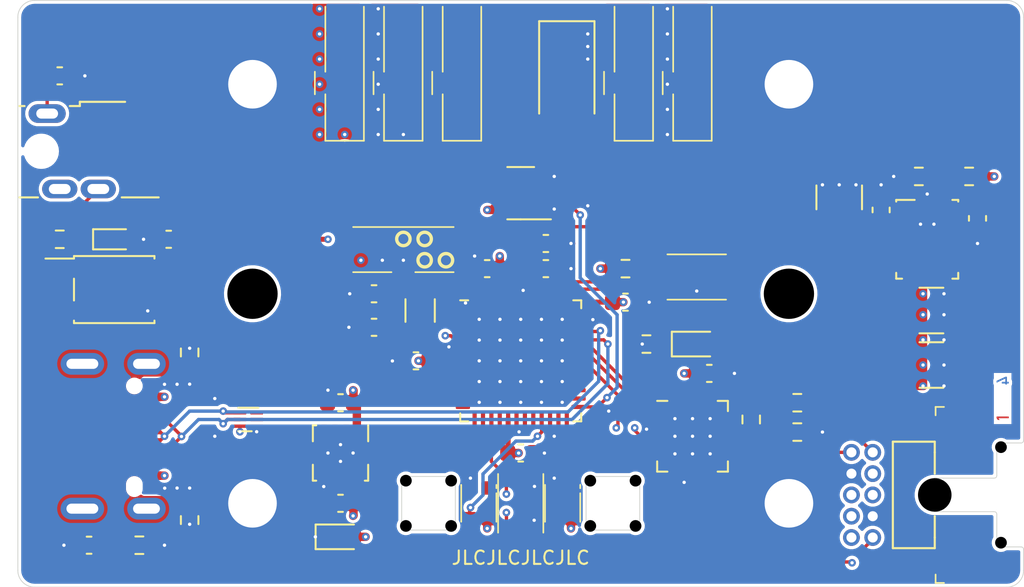
<source format=kicad_pcb>
(kicad_pcb (version 20240108) (generator "pcbnew") (generator_version "8.0")
  (title_block (date "2023-08-08") (rev "6"))
  (layers (0 "F.Cu" signal "Front") (1 "In1.Cu" power) (2 "In2.Cu" power) (31 "B.Cu" signal "Back") (35 "F.Paste" user) (37 "F.SilkS" user "F.Silkscreen") (38 "B.Mask" user) (39 "F.Mask" user) (44 "Edge.Cuts" user))
  (property "Order-Number" "JLCJLCJLCJLC")
  (net 0 "")
  (net 1 "GND")
  (net 2 "Net-(D101-K)")
  (net 3 "+3V3")
  (net 4 "/SWDIO")
  (net 5 "Net-(D102-OUT)")
  (net 9 "/+24V-Input")
  (net 10 "/Power +5V/Feedback")
  (net 11 "Net-(D401-K)")
  (net 12 "/MIDI In/Tip")
  (net 13 "/USB-CC1")
  (net 14 "/Link Socket/TX-Z")
  (net 15 "Net-(J401-S)")
  (net 17 "/LED-onboard")
  (net 19 "/MIDI In/Ring")
  (net 20 "/USB-CC2")
  (net 23 "unconnected-(J102-VBUS-PadV)")
  (net 26 "/MIDI-In")
  (net 30 "/VDDCORE")
  (net 31 "/SWCLK")
  (net 34 "+5V")
  (net 35 "/XIN32")
  (net 36 "/USB+")
  (net 37 "/RESET")
  (net 38 "/XOUT32")
  (net 39 "/USB-")
  (net 43 "/Button-LED")
  (net 45 "/Button")
  (net 48 "/LED-Data")
  (net 52 "/Link Socket/TX-Y")
  (net 53 "/Link Socket/RX-A")
  (net 56 "/Link Socket/RX-B")
  (net 57 "/LED Strip/WS2812-data")
  (net 60 "/Socket-TX")
  (net 61 "/Socket-RX")
  (net 66 "/Power +5V/Vcc")
  (net 72 "Earth")
  (net 77 "/Socket-TX-Enable")
  (footprint "V2_Button_Switch_SMD:SKSG" (layer "F.Cu") (at 147 110 -90)
    (property "Reference" "SW102" (hide yes))
    (property "Value" "SW_Push" (hide yes))
  )
  (footprint "Resistor_SMD:R_0603_1608Metric" (layer "F.Cu") (at 163.5 104 180)
    (property "Reference" "R202" (hide yes))
    (property "Value" "10k" (hide yes))
  )
  (footprint "Capacitor_SMD:C_0603_1608Metric" (layer "F.Cu") (at 121.25 112.5 180)
    (property "Reference" "C111" (hide yes))
    (property "Value" "0u1" (hide yes))
  )
  (footprint "V2_PCB_Devices:PCB_Plug_Horizontal" (layer "F.Cu") (at 168 109.5 -90)
    (property "Reference" "PLUG101" (hide yes))
    (property "Value" "PCB_Plug_Horizontal" (hide yes))
    (fp_line (start -1 -3.7) (end 1 -3.7) (stroke (width 0.05)) (layer "Edge.Cuts"))
    (fp_line (start 1 -3.7) (end 1 -7.25) (stroke (width 0.05)) (layer "Edge.Cuts"))
    (fp_line (start -1 -7.25) (end -1 -3.7) (stroke (width 0.05)) (layer "Edge.Cuts"))
    (fp_line (start -3.1 -7.4) (end -1.15 -7.4) (stroke (width 0.05)) (layer "Edge.Cuts"))
    (fp_line (start 1.15 -7.4) (end 3.1 -7.4) (stroke (width 0.05)) (layer "Edge.Cuts"))
    (fp_line (start 3.1 -7.4) (end 3.1 -8.85) (stroke (width 0.05)) (layer "Edge.Cuts"))
    (fp_line (start -3.1 -8.85) (end -3.1 -7.4) (stroke (width 0.05)) (layer "Edge.Cuts"))
    (fp_arc (start 1 -7.25) (mid 1.043934 -7.356066) (end 1.15 -7.4) (stroke (width 0.05)) (layer "Edge.Cuts"))
    (fp_arc (start -1.15 -7.4) (mid -1.043934 -7.356066) (end -1 -7.25) (stroke (width 0.05)) (layer "Edge.Cuts"))
    (fp_arc (start 3.1 -8.85) (mid 3.143934 -8.956066) (end 3.25 -9) (stroke (width 0.05)) (layer "Edge.Cuts"))
    (fp_arc (start -3.25 -9) (mid -3.143934 -8.956066) (end -3.1 -8.85) (stroke (width 0.05)) (layer "Edge.Cuts"))
  )
  (footprint "V2_Connector_USB:JAE_DX07S016JA3" (layer "F.Cu") (at 122 106 -90)
    (property "Reference" "J102" (hide yes))
    (property "Value" "JAE_DX07S016JA3" (hide yes))
  )
  (footprint "V2_Artwork:Minus_Small" (layer "F.Cu") (at 140 89.25)
    (property "Reference" "ICON103" (hide yes))
    (property "Value" "Minus" (hide yes))
  )
  (footprint "Capacitor_SMD:C_0603_1608Metric" (layer "F.Cu") (at 119.5 84.5)
    (property "Reference" "C401" (hide yes))
    (property "Value" "0u1" (hide yes))
  )
  (footprint "Capacitor_SMD:C_1210_3225Metric" (layer "F.Cu") (at 171.5 101.75)
    (property "Reference" "C503" (hide yes))
    (property "Value" "22u")
  )
  (footprint "V2_Spacer_Wurth:9774030243" (layer "F.Cu") (at 131 85)
    (property "Reference" "SPACER102" (hide yes))
    (property "Value" "9774030243" (hide yes))
  )
  (footprint "V2_Fiducial:Fiducial_0.5mm_Mask1mm_Paste" (layer "F.Cu") (at 176 114)
    (property "Reference" "FID103" (hide yes))
    (property "Value" "Fiducial" (hide yes))
  )
  (footprint "V2_Connector_WAGO:2065-100" (layer "F.Cu") (at 143.5 84.5 -90)
    (property "Reference" "J303" (hide yes))
    (property "Value" "WAGO-2065" (hide yes))
  )
  (footprint "V2_Artwork:Socket_Small" (layer "F.Cu") (at 172.75 113.75)
    (property "Reference" "ICON107" (hide yes))
    (property "Value" "Socket" (hide yes))
  )
  (footprint "Capacitor_SMD:C_0603_1608Metric" (layer "F.Cu") (at 138.25 99.5 180)
    (property "Reference" "C102" (hide yes))
    (property "Value" "18p" (hide yes))
  )
  (footprint "V2_Connector_Audio:CUI_SJ2-25504B-SMT-TR" (layer "F.Cu") (at 122.25 89)
    (property "Reference" "J401" (hide yes))
    (property "Value" "SJ2-25504B-SMT-TR" (hide yes))
  )
  (footprint "Diode_SMD:D_SOD-523" (layer "F.Cu") (at 122.75 94.25)
    (property "Reference" "D401" (hide yes))
    (property "Value" "RB501SM" (hide yes))
  )
  (footprint "V2_LED:WS2812-2020" (layer "F.Cu") (at 144.5 110 90)
    (property "Reference" "D102" (hide yes))
    (property "Value" "WS2812" (hide yes))
  )
  (footprint "V2_Connector_Header_1.27mm:PinHeader_2x05_P1.27mm_Horizontal" (layer "F.Cu") (at 168 109.5 -90)
    (property "Reference" "J201" (hide yes))
    (property "Value" "2x05_Horizontal" (hide yes))
  )
  (footprint "V2_Package_DFN_QFN:QFN-48-1EP_7x7mm_P0.5mm_EP5.45x5.45mm_ThermalVias" (layer "F.Cu") (at 147 101.5)
    (property "Reference" "U101" (hide yes))
    (property "Value" "ATSAMD51G" (hide yes))
  )
  (footprint "Resistor_SMD:R_0603_1608Metric" (layer "F.Cu") (at 170.75 90.5 180)
    (property "Reference" "R502" (hide yes))
    (property "Value" "10k")
  )
  (footprint "Capacitor_SMD:C_0603_1608Metric" (layer "F.Cu") (at 140.75 101.5 180)
    (property "Reference" "C108" (hide yes))
    (property "Value" "0u1" (hide yes))
  )
  (footprint "V2_Fiducial:Fiducial_0.5mm_Mask1mm_Paste" (layer "F.Cu") (at 118 114)
    (property "Reference" "FID101" (hide yes))
    (property "Value" "Fiducial" (hide yes))
  )
  (footprint "Capacitor_SMD:C_1210_3225Metric" (layer "F.Cu") (at 166 91.75 90)
    (property "Reference" "C501" (hide yes))
    (property "Value" "10u")
  )
  (footprint "Resistor_SMD:R_0603_1608Metric" (layer "F.Cu") (at 127.25 101 90)
    (property "Reference" "R103" (hide yes))
    (property "Value" "5k1" (hide yes))
  )
  (footprint "V2_Cortex_Debug:Cortex_Debug_Pad" (layer "F.Cu") (at 140 95.5 180)
    (property "Reference" "J101" (hide yes))
    (property "Value" "Cortex_Debug" (hide yes))
  )
  (footprint "V2_Package_SON:VSON-8-1_3x3mm_P0.65_EP1.65x2.4mm" (layer "F.Cu") (at 136.25 107 -90)
    (property "Reference" "U103" (hide yes))
    (property "Value" "TPS78433QWDRBRQ1 " (hide yes))
  )
  (footprint "Resistor_SMD:R_0603_1608Metric" (layer "F.Cu") (at 173.75 90.5 180)
    (property "Reference" "R501" (hide yes))
    (property "Value" "40k2")
  )
  (footprint "Diode_SMD:D_SMA" (layer "F.Cu") (at 149.75 84.75 -90)
    (property "Reference" "TVS102" (hide yes))
    (property "Value" "SMAJ36CA")
  )
  (footprint "V2_Mechanical:MountingHole_3mm" (layer "F.Cu") (at 163 97.5)
    (property "Reference" "H102" (hide yes))
    (property "Value" "MountingHole_3mm" (hide yes))
  )
  (footprint "V2_Connector_WAGO:2065-100" (layer "F.Cu") (at 153.75 84.5 -90)
    (property "Reference" "J103" (hide yes))
    (property "Value" "WAGO-2065" (hide yes))
  )
  (footprint "Resistor_SMD:R_0603_1608Metric" (layer "F.Cu") (at 119.5 94.25 180)
    (property "Reference" "R401" (hide yes))
    (property "Value" "220R" (hide yes))
  )
  (footprint "Capacitor_SMD:C_0603_1608Metric" (layer "F.Cu") (at 153.25 98)
    (property "Reference" "C105" (hide yes))
    (property "Value" "0u1" (hide yes))
  )
  (footprint "V2_Production:Order_Number" (layer "F.Cu") (at 147 113.25)
    (property "Reference" "INFO101" (hide yes))
    (property "Value" "ORDER-NUMBER" (hide yes))
  )
  (footprint "Capacitor_SMD:C_0603_1608Metric" (layer "F.Cu") (at 126 94.25 180)
    (property "Reference" "C402" (hide yes))
    (property "Value" "0u1" (hide yes))
  )
  (footprint "V2_Artwork:Logo_Small" (layer "F.Cu") (at 173.5 83.25)
    (property "Reference" "ICON102" (hide yes))
    (property "Value" "V2-logo" (hide yes))
  )
  (footprint "Capacitor_SMD:C_0603_1608Metric" (layer "F.Cu") (at 147 107)
    (property "Reference" "C107" (hide yes))
    (property "Value" "0u1" (hide yes))
  )
  (footprint "V2_Button_Switch_SMD:SKSG" (layer "F.Cu") (at 157.5 96.5 180)
    (property "Reference" "SW101" (hide yes))
    (property "Value" "SW_Push" (hide yes))
  )
  (footprint "Capacitor_SMD:C_0603_1608Metric" (layer "F.Cu") (at 138.25 97.5 180)
    (property "Reference" "C101" (hide yes))
    (property "Value" "18p" (hide yes))
  )
  (footprint "Capacitor_SMD:C_0603_1608Metric" (layer "F.Cu") (at 136.25 104 180)
    (property "Reference" "C109" (hide yes))
    (property "Value" "10u" (hide yes))
  )
  (footprint "Resistor_SMD:R_0603_1608Metric" (layer "F.Cu") (at 153.25 96)
    (property "Reference" "R101" (hide yes))
    (property "Value" "100k" (hide yes))
  )
  (footprint "Resistor_SMD:R_0603_1608Metric" (layer "F.Cu") (at 160.75 105 -90)
    (property "Reference" "R201" (hide yes))
    (property "Value" "120R" (hide yes))
  )
  (footprint "Capacitor_SMD:C_0603_1608Metric" (layer "F.Cu") (at 158.25 102.25)
    (property "Reference" "C201" (hide yes))
    (property "Value" "0u1" (hide yes))
  )
  (footprint "V2_Artwork:Plus_Small" (layer "F.Cu") (at 151 89.25)
    (property "Reference" "ICON106" (hide yes))
    (property "Value" "Plus" (hide yes))
  )
  (footprint "Package_TO_SOT_SMD:SOT-23-5" (layer "F.Cu") (at 147 91.5 180)
    (property "Reference" "U301" (hide yes))
    (property "Value" "74AHC1G125" (hide yes))
  )
  (footprint "Resistor_SMD:R_0603_1608Metric" (layer "F.Cu") (at 163.5 105.75)
    (property "Reference" "R203" (hide yes))
    (property "Value" "10k" (hide yes))
  )
  (footprint "V2_Spacer_Wurth:9774030243" (layer "F.Cu") (at 131 110)
    (property "Reference" "SPACER103" (hide yes))
    (property "Value" "9774030243" (hide yes))
  )
  (footprint "Capacitor_SMD:C_0603_1608Metric" (layer "F.Cu") (at 174.25 93 -90)
    (property "Reference" "C504" (hide yes))
    (property "Value" "1u")
  )
  (footprint "Capacitor_SMD:C_0603_1608Metric" (layer "F.Cu") (at 148.5 94.5)
    (property "Reference" "C103" (hide yes))
    (property "Value" "10u" (hide yes))
  )
  (footprint "Capacitor_SMD:C_0603_1608Metric" (layer "F.Cu") (at 168.5 92.5 90)
    (property "Reference" "C502" (hide yes))
    (property "Value" "0u1")
  )
  (footprint "V2_Connector_WAGO:2065-100" (layer "F.Cu") (at 136.5 84.5 -90)
    (property "Reference" "J301" (hide yes))
    (property "Value" "WAGO-2065" (hide yes))
  )
  (footprint "V2_Artwork:Minus_Small" (layer "F.Cu") (at 157.25 89.25)
    (property "Reference" "ICON105" (hide yes))
    (property "Value" "Minus" (hide yes))
  )
  (footprint "V2_Spacer_Wurth:9774030243" (layer "F.Cu") (at 163 110)
    (property "Reference" "SPACER104" (hide yes))
    (property "Value" "9774030243" (hide yes))
  )
  (footprint "V2_Artwork:Dot_Small" (layer "F.Cu") (at 143.5 89.25)
    (property "Reference" "ICON108" (hide yes))
    (property "Value" "Dot" (hide yes))
  )
  (footprint "V2_Mechanical:MountingHole_3mm" (layer "F.Cu") (at 131 97.5)
    (property "Reference" "H101" (hide yes))
    (property "Value" "MountingHole_3mm" (hide yes))
  )
  (footprint "Resistor_SMD:R_0603_1608Metric" (layer "F.Cu") (at 124.25 112.5)
    (property "Reference" "R105" (hide yes))
    (property "Value" "1M" (hide yes))
  )
  (footprint "V2_Artwork:Plus_Small" (layer "F.Cu") (at 136.5 89.25)
    (property "Reference" "ICON104" (hide yes))
    (property "Value" "Plus" (hide yes))
  )
  (footprint "V2_Spacer_Wurth:9774030243" (layer "F.Cu") (at 163 85 90)
    (property "Reference" "SPACER101" (hide yes))
    (property "Value" "9774030243" (hide yes))
  )
  (footprint "V2_Production:Layer_Numbers" (layer "F.Cu") (at 175.75 103.75 90)
    (property "Reference" "INFO102" (hide yes))
    (property "Value" "Layer_Numbers" (hide yes))
  )
  (footprint "V2_LED:WS2812-2020" (layer "F.Cu") (at 149.5 110 90)
    (property "Reference" "D103" (hide yes))
    (property "Value" "WS2812" (hide yes))
  )
  (footprint "Resistor_SMD:R_0603_1608Metric" (layer "F.Cu") (at 154.5 100.5 180)
    (property "Reference" "R102" (hide yes))
    (property "Value" "330R" (hide yes))
  )
  (footprint "V2_Converter_DCDC:TPSM33625" (layer "F.Cu") (at 171.25 94.25)
    (property "Reference" "U501" (hide yes))
    (property "Value" "TPSM33625")
  )
  (footprint "V2_Artwork:Board_control_Small" (layer "F.Cu") (at 171.5 86.75)
    (property "Reference" "ICON101" (hide yes))
    (property "Value" "Board_control" (hide yes))
  )
  (footprint "Diode_SMD:D_0603_1608Metric" (layer "F.Cu") (at 136.25 112)
    (property "Reference" "TVS101" (hide yes))
    (property "Value" "CG0603MLC-05LE" (hide yes))
  )
  (footprint "Capacitor_SMD:C_0603_1608Metric" (layer "F.Cu") (at 145 96 180)
    (property "Reference" "C106" (hide yes))
    (property "Value" "0u1" (hide yes))
  )
  (footprint "V2_Crystal:Crystal_SMD_3215-2Pin_3.2x1.5mm" (layer "F.Cu") (at 141 98.5 90)
    (property "Reference" "Y101" (hide yes))
    (property "Value" "32k768" (hide yes))
  )
  (footprint "Resistor_SMD:R_0603_1608Metric" (layer "F.Cu") (at 127.25 111 -90)
    (property "Reference" "R104" (hide yes))
    (property "Value" "5k1" (hide yes))
  )
  (footprint "Capacitor_SMD:C_1210_3225Metric" (layer "F.Cu") (at 171.5 98.5)
    (property "Reference" "C505" (hide yes))
    (property "Value" "22u")
  )
  (footprint "Capacitor_SMD:C_0603_1608Metric" (layer "F.Cu") (at 148.5 96)
    (property "Reference" "C104" (hide yes))
    (property "Value" "0u1" (hide yes))
  )
  (footprint "LED_SMD:LED_0603_1608Metric" (layer "F.Cu") (at 157.5 100.5)
    (property "Reference" "D101" (hide yes))
    (property "Value" "Orange" (hide yes))
  )
  (footprint "V2_Package_DFN_QFN:WQFN-16-1EP_4x4mm_P0.65mm_EP2.7x2.7mm_ThermalVias" (layer "F.Cu") (at 157.25 106)
    (property "Reference" "U202" (hide yes))
    (property "Value" "SN65MLVD203B" (hide yes))
  )
  (footprint "V2_PCB_Devices:PCB_Button-bottom" (layer "F.Cu") (at 147 110 90)
    (property "Reference" "SWB101" (hide yes))
    (property "Value" "Button-bottom" (hide yes))
    (fp_line (start 1.6 -7.1) (end -1.6 -7.1) (stroke (width 0.05)) (layer "Edge.Cuts"))
    (fp_line (start -1.6 -7.1) (end -1.6 -3.9) (stroke (width 0.05)) (layer "Edge.Cuts"))
    (fp_line (start 1.6 -3.9) (end 1.6 -7.1) (stroke (width 0.05)) (layer "Edge.Cuts"))
    (fp_line (start -1.6 -3.9) (end 1.6 -3.9) (stroke (width 0.05)) (layer "Edge.Cuts"))
    (fp_line (start 1.6 3.9) (end -1.6 3.9) (stroke (width 0.05)) (layer "Edge.Cuts"))
    (fp_line (start -1.6 3.9) (end -1.6 7.1) (stroke (width 0.05)) (layer "Edge.Cuts"))
    (fp_line (start 1.6 7.1) (end 1.6 3.9) (stroke (width 0.05)) (layer "Edge.Cuts"))
    (fp_line (start -1.6 7.1) (end 1.6 7.1) (stroke (width 0.05)) (layer "Edge.Cuts"))
  )
  (footprint "Capacitor_SMD:C_0603_1608Metric" (layer "F.Cu") (at 136.25 110 180)
    (property "Reference" "C110" (hide yes))
    (property "Value" "10u" (hide yes))
  )
  (footprint "V2_ESD_Suppressor:SLP1210N6" (layer "F.Cu") (at 130.75 105 180)
    (property "Reference" "ESD101" (hide yes))
    (property "Value" "RCLAMP0582N" (hide yes))
  )
  (footprint "Package_SO:SO-5_4.4x3.6mm_P1.27mm" (layer "F.Cu") (at 122.75 97.25)
    (property "Reference" "U401" (hide yes))
    (property "Value" "TLP2361")
  )
  (footprint "V2_Fiducial:Fiducial_0.5mm_Mask1mm_Paste" (layer "F.Cu") (at 118 81)
    (property "Reference" "FID102" (hide yes))
    (property "Value" "Fiducial" (hide yes))
  )
  (footprint "V2_Connector_WAGO:2065-100" (layer "F.Cu") (at 157.25 84.5 -90)
    (property "Reference" "J104" (hide yes))
    (property "Value" "WAGO-2065" (hide yes))
  )
  (footprint "V2_Connector_WAGO:2065-100" (layer "F.Cu") (at 140 84.5 -90)
    (property "Reference" "J302" (hide yes))
    (property "Value" "WAGO-2065" (hide yes))
  )
  (gr_line (start 117 81) (end 117 114) (stroke (width 0.05)) (layer "Edge.Cuts"))
  (gr_line (start 177 114) (end 177 112.75) (stroke (width 0.05)) (layer "Edge.Cuts"))
  (gr_line (start 118 80) (end 176 80) (stroke (width 0.05)) (layer "Edge.Cuts"))
  (gr_line (start 177 81) (end 177 106.25) (stroke (width 0.05)) (layer "Edge.Cuts"))
  (gr_arc (start 118 115) (mid 117.292893 114.707107) (end 117 114) (stroke (width 0.05)) (layer "Edge.Cuts"))
  (gr_arc (start 177 114) (mid 176.707107 114.707107) (end 176 115) (stroke (width 0.05)) (layer "Edge.Cuts"))
  (gr_arc (start 117 81) (mid 117.292893 80.292893) (end 118 80) (stroke (width 0.05)) (layer "Edge.Cuts"))
  (gr_arc (start 176 80) (mid 176.707107 80.292893) (end 177 81) (stroke (width 0.05)) (layer "Edge.Cuts"))
  (gr_line (start 118 115) (end 176 115) (stroke (width 0.05)) (layer "Edge.Cuts"))
  (segment (start 146.75 105.585478) (end 146.902102 105.73758) (width 0.25) (layer "F.Cu") (net 1))
  (segment (start 154.604083 105.675) (end 155.275 105.675) (width 0.2) (layer "F.Cu") (net 1))
  (segment (start 164.33 105.765) (end 164.985 105.765) (width 0.3) (layer "F.Cu") (net 1))
  (segment (start 144 108.935) (end 143.85 109.085) (width 0.5) (layer "F.Cu") (net 1))
  (segment (start 147.146117 97.297172) (end 147.25 97.401055) (width 0.25) (layer "F.Cu") (net 1))
  (segment (start 159.025 102.25) (end 159.75 102.25) (width 0.5) (layer "F.Cu") (net 1))
  (segment (start 149 108.5) (end 149 109.035) (width 0.5) (layer "F.Cu") (net 1))
  (segment (start 135.275 108.4) (end 135.275 108.975) (width 0.5) (layer "F.Cu") (net 1))
  (segment (start 135.5 103.25) (end 135.475 103.275) (width 0.5) (layer "F.Cu") (net 1))
  (segment (start 121 84.5) (end 120.275 84.5) (width 0.5) (layer "F.Cu") (net 1))
  (segment (start 124.5 94.25) (end 125.225 94.25) (width 0.5) (layer "F.Cu") (net 1))
  (segment (start 142.7169 100.667354) (end 142.799546 100.75) (width 0.25) (layer "F.Cu") (net 1))
  (segment (start 148.1375 92.45) (end 148.996572 92.45) (width 0.5) (layer "F.Cu") (net 1))
  (segment (start 174.25 94.5) (end 174.25 93.775) (width 0.5) (layer "F.Cu") (net 1))
  (segment (start 147.25 97.401055) (end 147.25 98.05) (width 0.25) (layer "F.Cu") (net 1))
  (segment (start 135.475 103.275) (end 135.475 104) (width 0.5) (layer "F.Cu") (net 1))
  (segment (start 136.75 99.5) (end 137.475 99.5) (width 0.5) (layer "F.Cu") (net 1))
  (segment (start 148.95 90.55) (end 149 90.5) (width 0.5) (layer "F.Cu") (net 1))
  (segment (start 144.25 95.25) (end 144.225 95.275) (width 0.5) (layer "F.Cu") (net 1))
  (segment (start 159.0625 97.3375) (end 155.9375 97.3375) (width 0.2) (layer "F.Cu") (net 1))
  (segment (start 127.240357 109.1) (end 125.05 109.1) (width 0.5) (layer "F.Cu") (net 1))
  (segment (start 151.097823 99.25) (end 150.45 99.25) (width 0.25) (layer "F.Cu") (net 1))
  (segment (start 135.275 108.975) (end 135.25 109) (width 0.5) (layer "F.Cu") (net 1))
  (segment (start 148.414209 107.005028) (end 147.780028 107.005028) (width 0.5) (layer "F.Cu") (net 1))
  (segment (start 142.799546 100.75) (end 143.55 100.75) (width 0.25) (layer "F.Cu") (net 1))
  (segment (start 168.5 91) (end 168.5 91.725) (width 0.5) (layer "F.Cu") (net 1))
  (segment (start 135.25 109) (end 135.25 109.775) (width 0.5) (layer "F.Cu") (net 1))
  (segment (start 124.75 98.52) (end 125.9 98.52) (width 0.5) (layer "F.Cu") (net 1))
  (segment (start 149.275 94.5) (end 149.275 96) (width 0.5) (layer "F.Cu") (net 1))
  (segment (start 125.75 112.5) (end 125.075 112.5) (width 0.5) (layer "F.Cu") (net 1))
  (segment (start 146.75 104.95) (end 146.75 105.585478) (width 0.25) (layer "F.Cu") (net 1))
  (segment (start 154.661024 98) (end 154.025 98) (width 0.5) (layer "F.Cu") (net 1))
  (segment (start 147.802323 111.011691) (end 147.824848 111.034216) (width 0.2) (layer "F.Cu") (net 1))
  (segment (start 127.25 100.75) (end 127.25 100.175) (width 0.5) (layer "F.Cu") (net 1))
  (segment (start 127.25 109.090357) (end 127.240357 109.1) (width 0.5) (layer "F.Cu") (net 1))
  (segment (start 119.75 112.5) (end 120.475 112.5) (width 0.5) (layer "F.Cu") (net 1))
  (segment (start 148.996572 92.45) (end 149 92.446572) (width 0.5) (layer "F.Cu") (net 1))
  (segment (start 143.707203 98.05) (end 144.25 98.05) (width 0.3) (layer "F.Cu") (net 1))
  (segment (start 144.225 95.275) (end 144.225 96) (width 0.5) (layer "F.Cu") (net 1))
  (segment (start 151.304172 99.043651) (end 151.097823 99.25) (width 0.25) (layer "F.Cu") (net 1))
  (segment (start 154.665062 98.004038) (end 154.661024 98) (width 0.5) (layer "F.Cu") (net 1))
  (segment (start 146.902102 105.6625) (end 146.902102 105.73758) (width 0.3) (layer "F.Cu") (net 1))
  (segment (start 150 96) (end 149.275 96) (width 0.5) (layer "F.Cu") (net 1))
  (segment (start 169.25 90.5) (end 169.925 90.5) (width 0.5) (layer "F.Cu") (net 1))
  (segment (start 156.925 107.975) (end 156.925 108.575) (width 0.5) (layer "F.Cu") (net 1))
  (segment (start 154.506462 105.577379) (end 154.604083 105.675) (width 0.2) (layer "F.Cu") (net 1))
  (segment (start 147.780028 107.005028) (end 147.775 107) (width 0.5) (layer "F.Cu") (net 1))
  (segment (start 149.998146 94.5) (end 149.275 94.5) (width 0.5) (layer "F.Cu") (net 1))
  (segment (start 127.25 111.25) (end 127.25 111.825) (width 0.5) (layer "F.Cu") (net 1))
  (segment (start 147.824848 108.988168) (end 147.824848 108.4375) (width 0.2) (layer "F.Cu") (net 1))
  (segment (start 156.275 107.975) (end 156.925 107.975) (width 0.5) (layer "F.Cu") (net 1))
  (segment (start 156.925 108.575) (end 156.75 108.75) (width 0.5) (layer "F.Cu") (net 1))
  (segment (start 135.4625 112) (end 134.75 112) (width 0.5) (layer "F.Cu") (net 1))
  (segment (start 171.25 91.55) (end 171.25 92.55) (width 0.3) (layer "F.Cu") (net 1))
  (segment (start 147.820681 108.992335) (end 147.824848 108.988168) (width 0.2) (layer "F.Cu") (net 1))
  (segment (start 131.25 105.727716) (end 131.247161 105.730555) (width 0.2) (layer "F.Cu") (net 1))
  (segment (start 135.25 109.775) (end 135.475 110) (width 0.5) (layer "F.Cu") (net 1))
  (segment (start 164.985 105.765) (end 165 105.75) (width 0.3) (layer "F.Cu") (net 1))
  (segment (start 153.675 100.5) (end 154.25 100.5) (width 0.5) (layer "F.Cu") (net 1))
  (segment (start 125.057236 102.892764) (end 125.05 102.9) (width 0.5) (layer "F.Cu") (net 1))
  (segment (start 139.345156 101.508324) (end 139.991676 101.508324) (width 0.5) (layer "F.Cu") (net 1))
  (segment (start 148.1375 90.55) (end 148.95 90.55) (width 0.5) (layer "F.Cu") (net 1))
  (segment (start 136.7995 97.5) (end 137.475 97.5) (width 0.5) (layer "F.Cu") (net 1))
  (segment (start 150 94.498146) (end 149.998146 94.5) (width 0.5) (layer "F.Cu") (net 1))
  (segment (start 131.25 105.4) (end 131.25 105.727716) (width 0.2) (layer "F.Cu") (net 1))
  (segment (start 144 108.5) (end 144 108.935) (width 0.5) (layer "F.Cu") (net 1))
  (segment (start 127.25 102.892764) (end 125.057236 102.892764) (width 0.5) (layer "F.Cu") (net 1))
  (segment (start 147.824848 111.034216) (end 147.824848 111.5625) (width 0.2) (layer "F.Cu") (net 1))
  (via (at 124.75 98.52) (size 0.45) (drill 0.2) (layers "F.Cu" "B.Cu") (net 1))
  (via (at 155.75 88) (size 0.45) (drill 0.2) (layers "F.Cu" "B.Cu") (net 1))
  (via (at 134.75 112) (size 0.45) (drill 0.2) (layers "F.Cu" "B.Cu") (net 1))
  (via (at 171.25 91.55) (size 0.45) (drill 0.2) (layers "F.Cu" "B.Cu") (net 1))
  (via (at 159.75 102.25) (size 0.45) (drill 0.2) (layers "F.Cu" "B.Cu") (net 1))
  (via (at 125.75 112.5) (size 0.45) (drill 0.2) (layers "F.Cu" "B.Cu") (net 1))
  (via (at 151 92.25) (size 0.45) (drill 0.2) (layers "F.Cu" "B.Cu") (net 1))
  (via (at 165 91) (size 0.45) (drill 0.2) (layers "F.Cu" "B.Cu") (net 1))
  (via (at 172.25 98.75) (size 0.45) (drill 0.2) (layers "F.Cu" "B.Cu") (net 1))
  (via (at 155.75 83.5) (size 0.45) (drill 0.2) (layers "F.Cu" "B.Cu") (net 1))
  (via (at 168.5 91) (size 0.45) (drill 0.2) (layers "F.Cu" "B.Cu") (net 1))
  (via (at 151 83.5) (size 0.45) (drill 0.2) (layers "F.Cu" "B.Cu") (net 1))
  (via (at 151.304172 99.043651) (size 0.45) (drill 0.2) (layers "F.Cu" "B.Cu") (net 1))
  (via (at 126.5 109.090063) (size 0.45) (drill 0.2) (layers "F.Cu" "B.Cu") (net 1))
  (via (at 138.5 88) (size 0.45) (drill 0.2) (layers "F.Cu" "B.Cu") (net 1))
  (via (at 127.25 109.090357) (size 0.45) (drill 0.2) (layers "F.Cu" "B.Cu") (net 1))
  (via (at 140 88) (size 0.45) (drill 0.2) (layers "F.Cu" "B.Cu") (net 1))
  (via (at 126.5 102.898977) (size 0.45) (drill 0.2) (layers "F.Cu" "B.Cu") (net 1))
  (via (at 131.247161 105.730555) (size 0.45) (drill 0.2) (layers "F.Cu" "B.Cu") (net 1))
  (via (at 144 108.5) (size 0.45) (drill 0.2) (layers "F.Cu" "B.Cu") (net 1))
  (via (at 149 106) (size 0.45) (drill 0.2) (layers "F.Cu" "B.Cu") (net 1))
  (via (at 174.25 94.5) (size 0.45) (drill 0.2) (layers "F.Cu" "B.Cu") (net 1))
  (via (at 138.5 82) (size 0.45) (drill 0.2) (layers "F.Cu" "B.Cu") (net 1))
  (via (at 154.506462 105.577379) (size 0.45) (drill 0.2) (layers "F.Cu" "B.Cu") (net 1))
  (via (at 138.5 83.5) (size 0.45) (drill 0.2) (layers "F.Cu" "B.Cu") (net 1))
  (via (at 172.25 103) (size 0.45) (drill 0.2) (layers "F.Cu" "B.Cu") (net 1))
  (via (at 127.25 102.892764) (size 0.45) (drill 0.2) (layers "F.Cu" "B.Cu") (net 1))
  (via (at 127.25 111.25) (size 0.45) (drill 0.2) (layers "F.Cu" "B.Cu") (net 1))
  (via (at 149 92.446572) (size 0.45) (drill 0.2) (layers "F.Cu" "B.Cu") (net 1))
  (via (at 135.5 103.25) (size 0.45) (drill 0.2) (layers "F.Cu" "B.Cu") (net 1))
  (via (at 142.7169 100.667354) (size 0.45) (drill 0.2) (layers "F.Cu" "B.Cu") (net 1))
  (via (at 139.345156 101.508324) (size 0.45) (drill 0.2) (layers "F.Cu" "B.Cu") (net 1))
  (via (at 157.5 97.3375) (size 0.45) (drill 0.2) (layers "F.Cu" "B.Cu") (net 1))
  (via (at 138.744983 95.5) (size 0.45) (drill 0.2) (layers "F.Cu" "B.Cu") (net 1))
  (via (at 167 91) (size 0.45) (drill 0.2) (layers "F.Cu" "B.Cu") (net 1))
  (via (at 150 94.498146) (size 0.45) (drill 0.2) (layers "F.Cu" "B.Cu") (net 1))
  (via (at 138.5 80.5) (size 0.45) (drill 0.2) (layers "F.Cu" "B.Cu") (net 1))
  (via (at 138.5 86.5) (size 0.45) (drill 0.2) (layers "F.Cu" "B.Cu") (net 1))
  (via (at 155.75 86.5) (size 0.45) (drill 0.2) (layers "F.Cu" "B.Cu") (net 1))
  (via (at 125.761735 109.097119) (size 0.45) (drill 0.2) (layers "F.Cu" "B.Cu") (net 1))
  (via (at 156.75 108.75) (size 0.45) (drill 0.2) (layers "F.Cu" "B.Cu") (net 1))
  (via (at 154.25 100.5) (size 0.45) (drill 0.2) (layers "F.Cu" "B.Cu") (net 1))
  (via (at 143.707203 98.05) (size 0.45) (drill 0.2) (layers "F.Cu" "B.Cu") (net 1))
  (via (at 155.75 80.5) (size 0.45) (drill 0.2) (layers "F.Cu" "B.Cu") (net 1))
  (via (at 148.414209 107.005028) (size 0.45) (drill 0.2) (layers "F.Cu" "B.Cu") (net 1))
  (via (at 151 82) (size 0.45) (drill 0.2) (layers "F.Cu" "B.Cu") (net 1))
  (via (at 155.75 82) (size 0.45) (drill 0.2) (layers "F.Cu" "B.Cu") (net 1))
  (via (at 125.75 102.902181) (size 0.45) (drill 0.2) (layers "F.Cu" "B.Cu") (net 1))
  (via (at 144.25 95.25) (size 0.45) (drill 0.2) (layers "F.Cu" "B.Cu") (net 1))
  (via (at 149 108.5) (size 0.45) (drill 0.2) (layers "F.Cu" "B.Cu") (net 1))
  (via (at 128.75 103.75) (size 0.45) (drill 0.2) (layers "F.Cu" "B.Cu") (net 1))
  (via (at 121 84.5) (size 0.45) (drill 0.2) (layers "F.Cu" "B.Cu") (net 1))
  (via (at 165 105.75) (size 0.45) (drill 0.2) (layers "F.Cu" "B.Cu") (net 1))
  (via (at 150 96) (size 0.45) (drill 0.2) (layers "F.Cu" "B.Cu") (net 1))
  (via (at 135.25 109) (size 0.45) (drill 0.2) (layers "F.Cu" "B.Cu") (net 1))
  (via (at 138.5 85) (size 0.45) (drill 0.2) (layers "F.Cu" "B.Cu") (net 1))
  (via (at 151 82.75) (size 0.45) (drill 0.2) (layers "F.Cu" "B.Cu") (net 1))
  (via (at 152.25 104.5) (size 0.45) (drill 0.2) (layers "F.Cu" "B.Cu") (net 1))
  (via (at 146.902102 105.73758) (size 0.45) (drill 0.2) (layers "F.Cu" "B.Cu") (net 1))
  (via (at 127.25 100.75) (size 0.45) (drill 0.2) (layers "F.Cu" "B.Cu") (net 1))
  (via (at 169.25 90.5) (size 0.45) (drill 0.2) (layers "F.Cu" "B.Cu") (net 1))
  (via (at 154.665062 98.004038) (size 0.45) (drill 0.2) (layers "F.Cu" "B.Cu") (net 1))
  (via (at 172.25 100.25) (size 0.45) (drill 0.2) (layers "F.Cu" "B.Cu") (net 1))
  (via (at 172.25 101.75) (size 0.45) (drill 0.2) (layers "F.Cu" "B.Cu") (net 1))
  (via (at 140 95.5) (size 0.45) (drill 0.2) (layers "F.Cu" "B.Cu") (net 1))
  (via (at 147.146117 97.297172) (size 0.45) (drill 0.2) (layers "F.Cu" "B.Cu") (net 1))
  (via (at 128.75 106) (size 0.45) (drill 0.2) (layers "F.Cu" "B.Cu") (net 1))
  (via (at 166 91) (size 0.45) (drill 0.2) (layers "F.Cu" "B.Cu") (net 1))
  (via (at 147.820681 108.992335) (size 0.45) (drill 0.2) (layers "F.Cu" "B.Cu") (net 1))
  (via (at 136.7995 97.5) (size 0.45) (drill 0.2) (layers "F.Cu" "B.Cu") (net 1))
  (via (at 136.75 99.5) (size 0.45) (drill 0.2) (layers "F.Cu" "B.Cu") (net 1))
  (via (at 149 90.5) (size 0.45) (drill 0.2) (layers "F.Cu" "B.Cu") (net 1))
  (via (at 124.5 94.25) (size 0.45) (drill 0.2) (layers "F.Cu" "B.Cu") (net 1))
  (via (at 147.802323 111.011691) (size 0.45) (drill 0.2) (layers "F.Cu" "B.Cu") (net 1))
  (via (at 172.25 97.5) (size 0.45) (drill 0.2) (layers "F.Cu" "B.Cu") (net 1))
  (via (at 155.75 85) (size 0.45) (drill 0.2) (layers "F.Cu" "B.Cu") (net 1))
  (via (at 119.75 112.5) (size 0.45) (drill 0.2) (layers "F.Cu" "B.Cu") (net 1))
  (segment (start 156.7125 100.5) (end 155.325 100.5) (width 0.2) (layer "F.Cu") (net 2))
  (segment (start 143 101.25) (end 142.75 101.5) (width 0.3) (layer "F.Cu") (net 3))
  (segment (start 157.475 102.25) (end 156.75 102.25) (width 0.5) (layer "F.Cu") (net 3))
  (segment (start 164.325 104) (end 163.55 103.225) (width 0.2) (layer "F.Cu") (net 3))
  (segment (start 146.25 106.975) (end 146.225 107) (width 0.3) (layer "F.Cu") (net 3))
  (segment (start 145.75 95.25) (end 145.75 95.975) (width 0.5) (layer "F.Cu") (net 3))
  (segment (start 141.548832 101.498832) (end 141.55 101.5) (width 0.5) (layer "F.Cu") (net 3))
  (segment (start 146.25 104.95) (end 146.25 106.975) (width 0.3) (layer "F.Cu") (net 3))
  (segment (start 159.025 103.225) (end 158.225 104.025) (width 0.2) (layer "F.Cu") (net 3))
  (segment (start 140.8995 101.498832) (end 141.548832 101.498832) (width 0.5) (layer "F.Cu") (net 3))
  (segment (start 146.872088 107) (end 146.225 107) (width 0.5) (layer "F.Cu") (net 3))
  (segment (start 135.5 94.25) (end 126.775 94.25) (width 0.3) (layer "F.Cu") (net 3))
  (segment (start 146.8755 107.003412) (end 146.872088 107) (width 0.5) (layer "F.Cu") (net 3))
  (segment (start 157.575 102.35) (end 157.575 104.025) (width 0.5) (layer "F.Cu") (net 3))
  (segment (start 137.225 105.6) (end 137.225 104.2) (width 0.5) (layer "F.Cu") (net 3))
  (segment (start 157.475 102.25) (end 157.575 102.35) (width 0.5) (layer "F.Cu") (net 3))
  (segment (start 142.824345 100) (end 142.5 100) (width 0.2) (layer "F.Cu") (net 3))
  (segment (start 137.225 104.2) (end 137.025 104) (width 0.5) (layer "F.Cu") (net 3))
  (segment (start 150.75 98.75) (end 151.5 98) (width 0.3) (layer "F.Cu") (net 3))
  (segment (start 126.775 94.25) (end 126.775 95.725) (width 0.3) (layer "F.Cu") (net 3))
  (segment (start 151.75 96) (end 152.425 96) (width 0.5) (layer "F.Cu") (net 3))
  (segment (start 143.074345 100.25) (end 142.824345 100) (width 0.2) (layer "F.Cu") (net 3))
  (segment (start 126.52 95.98) (end 125.9 95.98) (width 0.3) (layer "F.Cu") (net 3))
  (segment (start 146.25 96.475) (end 145.775 96) (width 0.3) (layer "F.Cu") (net 3))
  (segment (start 137.025 103.275) (end 137.025 104) (width 0.5) (layer "F.Cu") (net 3))
  (segment (start 157.575 104.025) (end 158.225 104.025) (width 0.5) (layer "F.Cu") (net 3))
  (segment (start 153.1255 98) (end 152.475 98) (width 0.5) (layer "F.Cu") (net 3))
  (segment (start 151.5 98) (end 152.475 98) (width 0.3) (layer "F.Cu") (net 3))
  (segment (start 142.75 101.5) (end 141.55 101.5) (width 0.3) (layer "F.Cu") (net 3))
  (segment (start 143.55 101.25) (end 143 101.25) (width 0.3) (layer "F.Cu") (net 3))
  (segment (start 163.55 103.225) (end 159.025 103.225) (width 0.2) (layer "F.Cu") (net 3))
  (segment (start 143.55 100.25) (end 143.074345 100.25) (width 0.2) (layer "F.Cu") (net 3))
  (segment (start 137 103.25) (end 137.025 103.275) (width 0.5) (layer "F.Cu") (net 3))
  (segment (start 126.775 95.725) (end 126.52 95.98) (width 0.3) (layer "F.Cu") (net 3))
  (segment (start 145.75 95.975) (end 145.775 96) (width 0.5) (layer "F.Cu") (net 3))
  (segment (start 150.45 98.75) (end 150.75 98.75) (width 0.3) (layer "F.Cu") (net 3))
  (segment (start 146.25 98.05) (end 146.25 96.475) (width 0.3) (layer "F.Cu") (net 3))
  (via (at 137.467037 95.5) (size 0.45) (drill 0.2) (layers "F.Cu" "B.Cu") (net 3))
  (via (at 151.75 96) (size 0.45) (drill 0.2) (layers "F.Cu" "B.Cu") (net 3))
  (via (at 156.75 102.25) (size 0.45) (drill 0.2) (layers "F.Cu" "B.Cu") (net 3))
  (via (at 137 103.25) (size 0.45) (drill 0.2) (layers "F.Cu" "B.Cu") (net 3))
  (via (at 135.5 94.25) (size 0.45) (drill 0.2) (layers "F.Cu" "B.Cu") (net 3))
  (via (at 153.1255 98) (size 0.45) (drill 0.2) (layers "F.Cu" "B.Cu") (net 3))
  (via (at 140.8995 101.498832) (size 0.45) (drill 0.2) (layers "F.Cu" "B.Cu") (net 3))
  (via (at 142.5 100) (size 0.45) (drill 0.2) (layers "F.Cu" "B.Cu") (net 3))
  (via (at 145.75 95.25) (size 0.45) (drill 0.2) (layers "F.Cu" "B.Cu") (net 3))
  (via (at 146.8755 107.003412) (size 0.45) (drill 0.2) (layers "F.Cu" "B.Cu") (net 3))
  (segment (start 137.27 94.23) (end 136.5 95) (width 0.2) (layer "F.Cu") (net 4))
  (segment (start 142.407611 96.407611) (end 143.25 97.25) (width 0.2) (layer "F.Cu") (net 4))
  (segment (start 137.46 94.23) (end 137.27 94.23) (width 0.2) (layer "F.Cu") (net 4))
  (segment (start 143.25 97.25) (end 144.934314 97.25) (width 0.2) (layer "F.Cu") (net 4))
  (segment (start 145.25 97.565686) (end 145.25 98.05) (width 0.2) (layer "F.Cu") (net 4))
  (segment (start 144.934314 97.25) (end 145.25 97.565686) (width 0.2) (layer "F.Cu") (net 4))
  (segment (start 136.5 96.045672) (end 136.861939 96.407611) (width 0.2) (layer "F.Cu") (net 4))
  (segment (start 136.861939 96.407611) (end 142.407611 96.407611) (width 0.2) (layer "F.Cu") (net 4))
  (segment (start 136.5 95) (end 136.5 96.045672) (width 0.2) (layer "F.Cu") (net 4))
  (segment (start 148.035 110) (end 148.95 110.915) (width 0.2) (layer "F.Cu") (net 5))
  (segment (start 145.877651 110) (end 148.035 110) (width 0.2) (layer "F.Cu") (net 5))
  (segment (start 144.962651 109.085) (end 145.877651 110) (width 0.2) (layer "F.Cu") (net 5))
  (segment (start 171.75 92.19) (end 171.775 92.165) (width 0.2) (layer "F.Cu") (net 10))
  (segment (start 171.575 90.5) (end 172.925 90.5) (width 0.2) (layer "F.Cu") (net 10))
  (segment (start 171.775 90.7) (end 171.575 90.5) (width 0.2) (layer "F.Cu") (net 10))
  (segment (start 171.775 92.165) (end 171.775 90.7) (width 0.2) (layer "F.Cu") (net 10))
  (segment (start 119.6 95.175) (end 118.675 94.25) (width 0.2) (layer "F.Cu") (net 11))
  (segment (start 122.05 94.25) (end 122 94.25) (width 0.2) (layer "F.Cu") (net 11))
  (segment (start 119.6 95.98) (end 119.6 95.175) (width 0.2) (layer "F.Cu") (net 11))
  (segment (start 122 94.25) (end 120.27 95.98) (width 0.2) (layer "F.Cu") (net 11))
  (segment (start 120.27 95.98) (end 119.6 95.98) (width 0.2) (layer "F.Cu") (net 11))
  (segment (start 120.355 98.52) (end 119.6 98.52) (width 0.2) (layer "F.Cu") (net 12))
  (segment (start 123.45 94.25) (end 123.45 95.425) (width 0.2) (layer "F.Cu") (net 12))
  (segment (start 124.7 93) (end 123.45 94.25) (width 0.2) (layer "F.Cu") (net 12))
  (segment (start 125.7 93) (end 124.7 93) (width 0.2) (layer "F.Cu") (net 12))
  (segment (start 123.45 95.425) (end 120.355 98.52) (width 0.2) (layer "F.Cu") (net 12))
  (segment (start 126.5 92.2) (end 125.7 93) (width 0.2) (layer "F.Cu") (net 12))
  (segment (start 125.05 104.25) (end 126.83529 104.25) (width 0.2) (layer "F.Cu") (net 13))
  (segment (start 127.8 103.28529) (end 127.8 102.375) (width 0.2) (layer "F.Cu") (net 13))
  (segment (start 126.83529 104.25) (end 127.8 103.28529) (width 0.2) (layer "F.Cu") (net 13))
  (segment (start 127.8 102.375) (end 127.25 101.825) (width 0.2) (layer "F.Cu") (net 13))
  (segment (start 168 112.04) (end 168 112.145) (width 0.2) (layer "F.Cu") (net 14))
  (segment (start 167.145 113) (end 161.5 113) (width 0.2) (layer "F.Cu") (net 14))
  (segment (start 159.599264 106.325) (end 159.225 106.325) (width 0.2) (layer "F.Cu") (net 14))
  (segment (start 161.5 113) (end 160 111.5) (width 0.2) (layer "F.Cu") (net 14))
  (segment (start 160 106.725736) (end 159.599264 106.325) (width 0.2) (layer "F.Cu") (net 14))
  (segment (start 160 111.5) (end 160 106.725736) (width 0.2) (layer "F.Cu") (net 14))
  (segment (start 168 112.145) (end 167.145 113) (width 0.2) (layer "F.Cu") (net 14))
  (segment (start 118.75 84.525) (end 118.75 86.75) (width 0.2) (layer "F.Cu") (net 15))
  (segment (start 118.725 84.5) (end 118.75 84.525) (width 0.2) (layer "F.Cu") (net 15))
  (segment (start 154.663842 97.225) (end 157.938842 100.5) (width 0.2) (layer "F.Cu") (net 17))
  (segment (start 148.75 97.612348) (end 149.137348 97.225) (width 0.2) (layer "F.Cu") (net 17))
  (segment (start 157.938842 100.5) (end 158.2875 100.5) (width 0.2) (layer "F.Cu") (net 17))
  (segment (start 148.75 98.05) (end 148.75 97.612348) (width 0.2) (layer "F.Cu") (net 17))
  (segment (start 149.137348 97.225) (end 154.663842 97.225) (width 0.2) (layer "F.Cu") (net 17))
  (segment (start 120.325 94.25) (end 120.325 92.725) (width 0.2) (layer "F.Cu") (net 19))
  (segment (start 120.325 92.725) (end 121.8 91.25) (width 0.2) (layer "F.Cu") (net 19))
  (segment (start 127.8 108.55) (end 127.8 109.625) (width 0.2) (layer "F.Cu") (net 20))
  (segment (start 126.5 107.25) (end 127.8 108.55) (width 0.2) (layer "F.Cu") (net 20))
  (segment (start 125.05 107.25) (end 126.5 107.25) (width 0.2) (layer "F.Cu") (net 20))
  (segment (start 127.8 109.625) (end 127.25 110.175) (width 0.2) (layer "F.Cu") (net 20))
  (segment (start 125.75 103.648) (end 125.052 103.648) (width 0.5) (layer "F.Cu") (net 23))
  (segment (start 125.05 108.35) (end 125.75 108.35) (width 0.5) (layer "F.Cu") (net 23))
  (segment (start 125.052 103.648) (end 125.05 103.65) (width 0.5) (layer "F.Cu") (net 23))
  (via (at 125.75 108.35) (size 0.45) (drill 0.2) (layers "F.Cu" "B.Cu") (net 23))
  (via (at 125.75 103.648) (size 0.45) (drill 0.2) (layers "F.Cu" "B.Cu") (net 23))
  (segment (start 138 101) (end 130.375 101) (width 0.2) (layer "F.Cu") (net 26))
  (segment (start 140.25 103.25) (end 138 101) (width 0.2) (layer "F.Cu") (net 26))
  (segment (start 126.625 97.25) (end 125.9 97.25) (width 0.2) (layer "F.Cu") (net 26))
  (segment (start 130.375 101) (end 126.625 97.25) (width 0.2) (layer "F.Cu") (net 26))
  (segment (start 143.55 103.25) (end 140.25 103.25) (width 0.2) (layer "F.Cu") (net 26))
  (segment (start 147.725 94.5) (end 147.725 96) (width 0.5) (layer "F.Cu") (net 30))
  (segment (start 147.75 96.025) (end 147.725 96) (width 0.3) (layer "F.Cu") (net 30))
  (segment (start 147.75 98.05) (end 147.75 96.025) (width 0.3) (layer "F.Cu") (net 30))
  (segment (start 145.75 97.5) (end 145.75 98.05) (width 0.2) (layer "F.Cu") (net 31))
  (segment (start 141 94.25) (end 143.525 96.775) (width 0.2) (layer "F.Cu") (net 31))
  (segment (start 138.73 94.23) (end 138.75 94.25) (width 0.2) (layer "F.Cu") (net 31))
  (segment (start 138.75 94.25) (end 141 94.25) (width 0.2) (layer "F.Cu") (net 31))
  (segment (start 145.025 96.775) (end 145.75 97.5) (width 0.2) (layer "F.Cu") (net 31))
  (segment (start 143.525 96.775) (end 145.025 96.775) (width 0.2) (layer "F.Cu") (net 31))
  (segment (start 137.225 109.8) (end 137.025 110) (width 0.5) (layer "F.Cu") (net 34))
  (segment (start 150 111.5) (end 150 110.965) (width 0.5) (layer "F.Cu") (net 34))
  (segment (start 145 92.5) (end 145.8125 92.5) (width 0.5) (layer "F.Cu") (net 34))
  (segment (start 145.8125 92.5) (end 145.8625 92.45) (width 0.5) (layer "F.Cu") (net 34))
  (segment (start 137.0375 112) (end 137.75 112) (width 0.5) (layer "F.Cu") (net 34))
  (segment (start 137.225 109) (end 137.225 109.8) (width 0.5) (layer "F.Cu") (net 34))
  (segment (start 130.25 105.4) (end 130.25 105.734733) (width 0.2) (layer "F.Cu") (net 34))
  (segment (start 174.575 90.5) (end 175.25 90.5) (width 0.5) (layer "F.Cu") (net 34))
  (segment (start 130.25 105.734733) (end 130.249516 105.735217) (width 0.2) (layer "F.Cu") (net 34))
  (segment (start 137 110.75) (end 137.025 110.725) (width 0.5) (layer "F.Cu") (net 34))
  (segment (start 137.025 110.725) (end 137.025 110) (width 0.5) (layer "F.Cu") (net 34))
  (segment (start 145 111.5) (end 145 110.965) (width 0.5) (layer "F.Cu") (net 34))
  (segment (start 137.225 108.4) (end 137.225 109) (width 0.5) (layer "F.Cu") (net 34))
  (segment (start 150 110.965) (end 150.05 110.915) (width 0.5) (layer "F.Cu") (net 34))
  (segment (start 136.575 108.4) (end 137.225 108.4) (width 0.2) (layer "F.Cu") (net 34))
  (via (at 145 92.5) (size 0.45) (drill 0.2) (layers "F.Cu" "B.Cu") (net 34))
  (via (at 135 83.5) (size 0.45) (drill 0.2) (layers "F.Cu" "B.Cu") (net 34))
  (via (at 145 111.5) (size 0.45) (drill 0.2) (layers "F.Cu" "B.Cu") (net 34))
  (via (at 150 111.5) (size 0.45) (drill 0.2) (layers "F.Cu" "B.Cu") (net 34))
  (via (at 171 98.75) (size 0.45) (drill 0.2) (layers "F.Cu" "B.Cu") (net 34))
  (via (at 171 103) (size 0.45) (drill 0.2) (layers "F.Cu" "B.Cu") (net 34))
  (via (at 135 88) (size 0.45) (drill 0.2) (layers "F.Cu" "B.Cu") (net 34))
  (via (at 175.25 90.5) (size 0.45) (drill 0.2) (layers "F.Cu" "B.Cu") (net 34))
  (via (at 135 86.5) (size 0.45) (drill 0.2) (layers "F.Cu" "B.Cu") (net 34))
  (via (at 135 85) (size 0.45) (drill 0.2) (layers "F.Cu" "B.Cu") (net 34))
  (via (at 135 82) (size 0.45) (drill 0.2) (layers "F.Cu" "B.Cu") (net 34))
  (via (at 171 97.5) (size 0.45) (drill 0.2) (layers "F.Cu" "B.Cu") (net 34))
  (via (at 130.249516 105.735217) (size 0.45) (drill 0.2) (layers "F.Cu" "B.Cu") (net 34))
  (via (at 171 101.75) (size 0.45) (drill 0.2) (layers "F.Cu" "B.Cu") (net 34))
  (via (at 171 100.25) (size 0.45) (drill 0.2) (layers "F.Cu" "B.Cu") (net 34))
  (via (at 137.75 112) (size 0.45) (drill 0.2) (layers "F.Cu" "B.Cu") (net 34))
  (via (at 137 110.75) (size 0.45) (drill 0.2) (layers "F.Cu" "B.Cu") (net 34))
  (via (at 135 80.5) (size 0.45) (drill 0.2) (layers "F.Cu" "B.Cu") (net 34))
  (via (at 136.5 88) (size 0.45) (drill 0.2) (layers "F.Cu" "B.Cu") (net 34))
  (segment (start 140.75 97.5) (end 141 97.25) (width 0.2) (layer "F.Cu") (net 35))
  (segment (start 142.813854 98.75) (end 141.313854 97.25) (width 0.2) (layer "F.Cu") (net 35))
  (segment (start 141.313854 97.25) (end 141 97.25) (width 0.2) (layer "F.Cu") (net 35))
  (segment (start 143.55 98.75) (end 142.813854 98.75) (width 0.2) (layer "F.Cu") (net 35))
  (segment (start 139.05 97.5) (end 140.75 97.5) (width 0.2) (layer "F.Cu") (net 35))
  (segment (start 151.7005 99.75) (end 150.45 99.75) (width 0.2) (layer "F.Cu") (net 36))
  (segment (start 129.35 104.6) (end 130.25 104.6) (width 0.2) (layer "F.Cu") (net 36))
  (segment (start 129.25 104.5) (end 129.35 104.6) (width 0.2) (layer "F.Cu") (net 36))
  (segment (start 125.5 105.75) (end 125.05 105.75) (width 0.2) (layer "F.Cu") (net 36))
  (segment (start 125.5 106.25) (end 125.05 106.25) (width 0.2) (layer "F.Cu") (net 36))
  (segment (start 125.75 106) (end 125.5 106.25) (width 0.2) (layer "F.Cu") (net 36))
  (segment (start 125.75 106) (end 125.5 105.75) (width 0.2) (layer "F.Cu") (net 36))
  (segment (start 151.75 99.7005) (end 151.7005 99.75) (width 0.2) (layer "F.Cu") (net 36))
  (via (at 129.25 104.5) (size 0.45) (drill 0.2) (layers "F.Cu" "B.Cu") (net 36))
  (via (at 125.75 106) (size 0.45) (drill 0.2) (layers "F.Cu" "B.Cu") (net 36))
  (via (at 151.75 99.7005) (size 0.45) (drill 0.2) (layers "F.Cu" "B.Cu") (net 36))
  (segment (start 125.75 106) (end 127.25 104.5) (width 0.2) (layer "B.Cu") (net 36))
  (segment (start 151.6505 99.8) (end 151.75 99.7005) (width 0.2) (layer "B.Cu") (net 36))
  (segment (start 129.3 104.55) (end 149.825 104.55) (width 0.2) (layer "B.Cu") (net 36))
  (segment (start 127.25 104.5) (end 129.25 104.5) (width 0.2) (layer "B.Cu") (net 36))
  (segment (start 151.6505 102.7245) (end 151.6505 99.8) (width 0.2) (layer "B.Cu") (net 36))
  (segment (start 149.825 104.55) (end 151.6505 102.7245) (width 0.2) (layer "B.Cu") (net 36))
  (segment (start 129.25 104.5) (end 129.3 104.55) (width 0.2) (layer "B.Cu") (net 36))
  (segment (start 155.93287 95.66713) (end 155.9375 95.6625) (width 0.2) (layer "F.Cu") (net 37))
  (segment (start 149.008278 96.788385) (end 153.286615 96.788385) (width 0.2) (layer "F.Cu") (net 37))
  (segment (start 155.9375 95.6625) (end 159.0625 95.6625) (width 0.2) (layer "F.Cu") (net 37))
  (segment (start 154.40787 95.66713) (end 155.93287 95.66713) (width 0.2) (layer "F.Cu") (net 37))
  (segment (start 148.25 97.546663) (end 149.008278 96.788385) (width 0.2) (layer "F.Cu") (net 37))
  (segment (start 143.27 93.5) (end 151.57261 93.5) (width 0.2) (layer "F.Cu") (net 37))
  (segment (start 153.286615 96.788385) (end 154.075 96) (width 0.2) (layer "F.Cu") (net 37))
  (segment (start 154.07261 96) (end 154.075 96) (width 0.2) (layer "F.Cu") (net 37))
  (segment (start 142.54 94.23) (end 143.27 93.5) (width 0.2) (layer "F.Cu") (net 37))
  (segment (start 154.075 96) (end 154.40787 95.66713) (width 0.2) (layer "F.Cu") (net 37))
  (segment (start 148.25 98.05) (end 148.25 97.546663) (width 0.2) (layer "F.Cu") (net 37))
  (segment (start 151.57261 93.5) (end 154.07261 96) (width 0.2) (layer "F.Cu") (net 37))
  (segment (start 140.75 99.5) (end 141 99.75) (width 0.2) (layer "F.Cu") (net 38))
  (segment (start 142 99.25) (end 141.5 99.75) (width 0.2) (layer "F.Cu") (net 38))
  (segment (start 139.05 99.5) (end 140.75 99.5) (width 0.2) (layer "F.Cu") (net 38))
  (segment (start 143.55 99.25) (end 142 99.25) (width 0.2) (layer "F.Cu") (net 38))
  (segment (start 141.5 99.75) (end 141 99.75) (width 0.2) (layer "F.Cu") (net 38))
  (segment (start 126.763556 106.013556) (end 126.027112 106.75) (width 0.2) (layer "F.Cu") (net 39))
  (segment (start 126.027112 106.75) (end 125.05 106.75) (width 0.2) (layer "F.Cu") (net 39))
  (segment (start 126.027818 105.25) (end 125.05 105.25) (width 0.2) (layer "F.Cu") (net 39))
  (segment (start 126.763556 105.985738) (end 126.027818 105.25) (width 0.2) (layer "F.Cu") (net 39))
  (segment (start 126.763556 106.013556) (end 126.763556 105.985738) (width 0.2) (layer "F.Cu") (net 39))
  (segment (start 151.95133 100.25) (end 150.45 100.25) (width 0.2) (layer "F.Cu") (net 39))
  (segment (start 129.5 105) (end 130.25 105) (width 0.2) (layer "F.Cu") (net 39))
  (segment (start 129.25 105.25) (end 129.5 105) (width 0.2) (layer "F.Cu") (net 39))
  (segment (start 152.2005 100.49917) (end 151.95133 100.25) (width 0.2) (layer "F.Cu") (net 39))
  (via (at 126.763556 106.013556) (size 0.45) (drill 0.2) (layers "F.Cu" "B.Cu") (net 39))
  (via (at 152.2005 100.49917) (size 0.45) (drill 0.2) (layers "F.Cu" "B.Cu") (net 39))
  (via (at 129.25 105.25) (size 0.45) (drill 0.2) (layers "F.Cu" "B.Cu") (net 39))
  (segment (start 129.277818 105.25) (end 129.527818 105) (width 0.2) (layer "B.Cu") (net 39))
  (segment (start 150.065686 105) (end 152.2005 102.865186) (width 0.2) (layer "B.Cu") (net 39))
  (segment (start 129.527818 105) (end 150.065686 105) (width 0.2) (layer "B.Cu") (net 39))
  (segment (start 127.777112 105) (end 126.763556 106.013556) (width 0.2) (layer "B.Cu") (net 39))
  (segment (start 129.25 105.25) (end 129.5 105) (width 0.2) (layer "B.Cu") (net 39))
  (segment (start 129.25 105.25) (end 129 105) (width 0.2) (layer "B.Cu") (net 39))
  (segment (start 152.2005 102.865186) (end 152.2005 100.49917) (width 0.2) (layer "B.Cu") (net 39))
  (segment (start 129.25 105.25) (end 129.277818 105.25) (width 0.2) (layer "B.Cu") (net 39))
  (segment (start 129 105) (end 127.777112 105) (width 0.2) (layer "B.Cu") (net 39))
  (segment (start 148.25 104.95) (end 148.25 105.75) (width 0.2) (layer "F.Cu") (net 43))
  (segment (start 143.95 110.307568) (end 143.95 110.915) (width 0.2) (layer "F.Cu") (net 43))
  (segment (start 144.003784 110.253784) (end 143.95 110.307568) (width 0.2) (layer "F.Cu") (net 43))
  (segment (start 148.25 105.75) (end 148 106) (width 0.2) (layer "F.Cu") (net 43))
  (via (at 144.003784 110.253784) (size 0.45) (drill 0.2) (layers "F.Cu" "B.Cu") (net 43))
  (via (at 148 106) (size 0.45) (drill 0.2) (layers "F.Cu" "B.Cu") (net 43))
  (segment (start 146.71242 106.28758) (end 147.71242 106.28758) (width 0.2) (layer "B.Cu") (net 43))
  (segment (start 147.71242 106.28758) (end 148 106) (width 0.2) (layer "B.Cu") (net 43))
  (segment (start 144.75 109.507568) (end 144.75 108.25) (width 0.2) (layer "B.Cu") (net 43))
  (segment (start 144.003784 110.253784) (end 144.75 109.507568) (width 0.2) (layer "B.Cu") (net 43))
  (segment (start 144.75 108.25) (end 146.71242 106.28758) (width 0.2) (layer "B.Cu") (net 43))
  (segment (start 146.1625 108.4125) (end 145.25 107.5) (width 0.2) (layer "F.Cu") (net 45))
  (segment (start 145.25 107.5) (end 145.25 104.95) (width 0.2) (layer "F.Cu") (net 45))
  (segment (start 146.144747 109.4505) (end 146.144747 108.442601) (width 0.2) (layer "F.Cu") (net 45))
  (segment (start 146.144747 110.5495) (end 146.149848 110.554601) (width 0.2) (layer "F.Cu") (net 45))
  (segment (start 146.149848 110.554601) (end 146.149848 111.5625) (width 0.2) (layer "F.Cu") (net 45))
  (segment (start 146.1625 108.4375) (end 146.1625 108.4125) (width 0.2) (layer "F.Cu") (net 45))
  (via (at 146.144747 110.5495) (size 0.45) (drill 0.2) (layers "F.Cu" "B.Cu") (net 45))
  (via (at 146.144747 109.4505) (size 0.45) (drill 0.2) (layers "F.Cu" "B.Cu") (net 45))
  (segment (start 151.592799 104.25) (end 150.45 104.25) (width 0.2) (layer "F.Cu") (net 48))
  (segment (start 152.1482 103.694599) (end 151.592799 104.25) (width 0.2) (layer "F.Cu") (net 48))
  (segment (start 149.25 91.5) (end 150.55 92.8) (width 0.2) (layer "F.Cu") (net 48))
  (segment (start 148.1375 91.5) (end 149.25 91.5) (width 0.2) (layer "F.Cu") (net 48))
  (via (at 152.1482 103.694599) (size 0.45) (drill 0.2) (layers "F.Cu" "B.Cu") (net 48))
  (via (at 150.55 92.8) (size 0.45) (drill 0.2) (layers "F.Cu" "B.Cu") (net 48))
  (segment (start 152.75 103.092799) (end 152.75 98.75) (width 0.2) (layer "B.Cu") (net 48))
  (segment (start 152.75 98.75) (end 150.55 96.55) (width 0.2) (layer "B.Cu") (net 48))
  (segment (start 150.55 96.55) (end 150.55 92.8) (width 0.2) (layer "B.Cu") (net 48))
  (segment (start 152.1482 103.694599) (end 152.75 103.092799) (width 0.2) (layer "B.Cu") (net 48))
  (segment (start 161.25 113.5) (end 159.25 111.5) (width 0.2) (layer "F.Cu") (net 52))
  (segment (start 166.716464 113.5) (end 161.25 113.5) (width 0.2) (layer "F.Cu") (net 52))
  (segment (start 159.25 111.5) (end 159.25 107) (width 0.2) (layer "F.Cu") (net 52))
  (segment (start 159.25 107) (end 159.225 106.975) (width 0.2) (layer "F.Cu") (net 52))
  (segment (start 166.765964 113.5495) (end 166.716464 113.5) (width 0.2) (layer "F.Cu") (net 52))
  (via (at 166.765964 113.5495) (size 0.45) (drill 0.2) (layers "F.Cu" "B.Cu") (net 52))
  (segment (start 162.675 104) (end 163.455 104.78) (width 0.2) (layer "F.Cu") (net 53))
  (segment (start 159.9 105.025) (end 160.75 104.175) (width 0.2) (layer "F.Cu") (net 53))
  (segment (start 160.75 104.175) (end 162.5 104.175) (width 0.2) (layer "F.Cu") (net 53))
  (segment (start 162.5 104.175) (end 162.675 104) (width 0.2) (layer "F.Cu") (net 53))
  (segment (start 159.225 105.025) (end 159.9 105.025) (width 0.2) (layer "F.Cu") (net 53))
  (segment (start 165.82 104.78) (end 168 106.96) (width 0.2) (layer "F.Cu") (net 53))
  (segment (start 163.455 104.78) (end 165.82 104.78) (width 0.2) (layer "F.Cu") (net 53))
  (segment (start 160.6 105.675) (end 160.75 105.825) (width 0.2) (layer "F.Cu") (net 56))
  (segment (start 162.6 105.825) (end 162.675 105.75) (width 0.2) (layer "F.Cu") (net 56))
  (segment (start 160.75 105.825) (end 162.6 105.825) (width 0.2) (layer "F.Cu") (net 56))
  (segment (start 163.875 106.96) (end 166.73 106.96) (width 0.2) (layer "F.Cu") (net 56))
  (segment (start 162.675 105.75) (end 162.675 105.76) (width 0.2) (layer "F.Cu") (net 56))
  (segment (start 159.225 105.675) (end 160.6 105.675) (width 0.2) (layer "F.Cu") (net 56))
  (segment (start 162.675 105.76) (end 163.875 106.96) (width 0.2) (layer "F.Cu") (net 56))
  (segment (start 143.5 85.1) (end 143.5 86.5) (width 0.2) (layer "F.Cu") (net 57))
  (segment (start 145.8625 88.8625) (end 145.8625 90.55) (width 0.2) (layer "F.Cu") (net 57))
  (segment (start 143.5 86.5) (end 145.8625 88.8625) (width 0.2) (layer "F.Cu") (net 57))
  (segment (start 150.45 101.25) (end 151.184314 101.25) (width 0.2) (layer "F.Cu") (net 60))
  (segment (start 154.225 106.975) (end 155.275 106.975) (width 0.2) (layer "F.Cu") (net 60))
  (segment (start 153.25 106) (end 154.225 106.975) (width 0.2) (layer "F.Cu") (net 60))
  (segment (start 153.25 103.315686) (end 153.25 106) (width 0.2) (layer "F.Cu") (net 60))
  (segment (start 151.184314 101.25) (end 153.25 103.315686) (width 0.2) (layer "F.Cu") (net 60))
  (segment (start 151.25 100.75) (end 155.275 104.775) (width 0.2) (layer "F.Cu") (net 61))
  (segment (start 150.45 100.75) (end 151.25 100.75) (width 0.2) (layer "F.Cu") (net 61))
  (segment (start 155.275 104.775) (end 155.275 105.025) (width 0.2) (layer "F.Cu") (net 61))
  (segment (start 170.725 90.025) (end 170.725 92.165) (width 0.2) (layer "F.Cu") (net 66))
  (segment (start 171.25 89.5) (end 170.725 90.025) (width 0.2) (layer "F.Cu") (net 66))
  (segment (start 174.185 92.29) (end 174.25 92.225) (width 0.2) (layer "F.Cu") (net 66))
  (segment (start 174.25 92.225) (end 173.75 91.725) (width 0.2) (layer "F.Cu") (net 66))
  (segment (start 173.75 91.725) (end 173.75 90) (width 0.2) (layer "F.Cu") (net 66))
  (segment (start 173.25 89.5) (end 171.25 89.5) (width 0.2) (layer "F.Cu") (net 66))
  (segment (start 172.6375 92.29) (end 174.185 92.29) (width 0.5) (layer "F.Cu") (net 66))
  (segment (start 170.725 92.165) (end 170.75 92.19) (width 0.2) (layer "F.Cu") (net 66))
  (segment (start 173.75 90) (end 173.25 89.5) (width 0.2) (layer "F.Cu") (net 66))
  (segment (start 122.025 112.5) (end 123.425 112.5) (width 0.5) (layer "F.Cu") (net 72))
  (segment (start 124.18 110.32) (end 124.675 110.32) (width 0.5) (layer "F.Cu") (net 72))
  (segment (start 123.425 112.5) (end 123.425 111.075) (width 0.5) (layer "F.Cu") (net 72))
  (segment (start 123.425 111.075) (end 124.18 110.32) (width 0.5) (layer "F.Cu") (net 72))
  (segment (start 152.8 105.4005) (end 152.7005 105.5) (width 0.2) (layer "F.Cu") (net 77))
  (segment (start 153.7995 105.5) (end 153.7995 105.648235) (width 0.2) (layer "F.Cu") (net 77))
  (segment (start 151 101.75) (end 152.8 103.55) (width 0.2) (layer "F.Cu") (net 77))
  (segment (start 153.7995 105.648235) (end 154.476265 106.325) (width 0.2) (layer "F.Cu") (net 77))
  (segment (start 150.45 101.75) (end 151 101.75) (width 0.2) (layer "F.Cu") (net 77))
  (segment (start 154.476265 106.325) (end 155.275 106.325) (width 0.2) (layer "F.Cu") (net 77))
  (segment (start 152.8 103.55) (end 152.8 105.4005) (width 0.2) (layer "F.Cu") (net 77))
  (via (at 152.7005 105.5) (size 0.45) (drill 0.2) (layers "F.Cu" "B.Cu") (net 77))
  (via (at 153.7995 105.5) (size 0.45) (drill 0.2) (layers "F.Cu" "B.Cu") (net 77))
  (zone (net 34) (net_name "+5V") (layer "F.Cu") (priority 2) (connect_pads yes (clearance 0.2)) (min_thickness 0.25) (fill yes (thermal_gap 0.5) (thermal_bridge_width 0.5) (smoothing fillet) (radius 0.2))
    (polygon (pts (xy 171.25 94.25) (xy 169 94.25) (xy 169 103.25) (xy 171.25 103.25)))
  )
  (zone (net 34) (net_name "+5V") (layer "F.Cu") (connect_pads no (clearance 0.2)) (min_thickness 0.254) (fill yes (thermal_gap 0.508) (thermal_bridge_width 0.508) (smoothing fillet) (radius 0.2))
    (polygon (pts (xy 137.5 88.5) (xy 134.5 88.5) (xy 134.5 80) (xy 137.5 80)))
  )
  (zone (net 72) (net_name "Earth") (layer "F.Cu") (priority 1) (connect_pads yes (clearance 0.2)) (min_thickness 0.2) (fill yes (thermal_gap 0.508) (thermal_bridge_width 0.508) (smoothing fillet) (radius 0.2))
    (polygon (pts (xy 126.25 111.5) (xy 118.005097 111.500001) (xy 118.005097 100.500001) (xy 126.25 100.5)))
  )
  (zone (net 1) (net_name "GND") (layer "F.Cu") (connect_pads no (clearance 0.2)) (min_thickness 0.254) (fill yes (thermal_gap 0.508) (thermal_bridge_width 0.508) (smoothing fillet) (radius 0.2))
    (polygon (pts (xy 158.25 88.25) (xy 155.5 88.25) (xy 155.5 80) (xy 158.25 80)))
  )
  (zone (net 9) (net_name "/+24V-Input") (layer "F.Cu") (connect_pads yes (clearance 0.2)) (min_thickness 0.254) (fill yes (thermal_gap 0.508) (thermal_bridge_width 0.508) (smoothing fillet) (radius 0.2))
    (polygon (pts (xy 154.75 88.25) (xy 158.25 91.75) (xy 167 91.75) (xy 168 92.75) (xy 170.25 92.75) (xy 170.25 94) (xy 156.5 94) (xy 152 89.5) (xy 152 88) (xy 148.75 88) (xy 148.75 85.5) (xy 152 85.5) (xy 152 80) (xy 154.8 80)))
  )
  (zone (net 1) (net_name "GND") (layer "F.Cu") (priority 2) (connect_pads yes (clearance 0.2)) (min_thickness 0.25) (fill yes (thermal_gap 0.5) (thermal_bridge_width 0.5) (smoothing fillet) (radius 0.2))
    (polygon (pts (xy 167.5 89.6) (xy 164.6 89.6) (xy 164.6 91.25) (xy 167.5 91.25)))
  )
  (zone (net 1) (net_name "GND") (layer "F.Cu") (priority 2) (connect_pads yes (clearance 0.2)) (min_thickness 0.25) (fill yes (thermal_gap 0.5) (thermal_bridge_width 0.5) (smoothing fillet) (radius 0.2))
    (polygon (pts (xy 172 97) (xy 172 103.25) (xy 173.75 103.25) (xy 173.75 97)))
  )
  (zone (net 1) (net_name "GND") (layer "F.Cu") (connect_pads yes (clearance 0.2)) (min_thickness 0.254) (fill yes (thermal_gap 0.508) (thermal_bridge_width 0.508) (smoothing fillet) (radius 0.2))
    (polygon (pts (xy 151.25 84) (xy 148.75 84) (xy 148.75 81.5) (xy 151.25 81.5)))
  )
  (zone (net 1) (net_name "GND") (layer "F.Cu") (connect_pads yes (clearance 0.2)) (min_thickness 0.254) (fill yes (thermal_gap 0.508) (thermal_bridge_width 0.508) (smoothing fillet) (radius 0.2))
    (polygon (pts (xy 141 88.5) (xy 138 88.5) (xy 138 80) (xy 141 80)))
  )
  (zone (net 1) (net_name "GND") (layer "B.Cu") (connect_pads (clearance 0.2)) (min_thickness 0.2) (fill yes (thermal_gap 0.508) (thermal_bridge_width 0.508) (smoothing fillet) (radius 0.25))
    (polygon (pts (xy 177 115) (xy 117 115) (xy 117 80) (xy 177 80)))
  )
)
</source>
